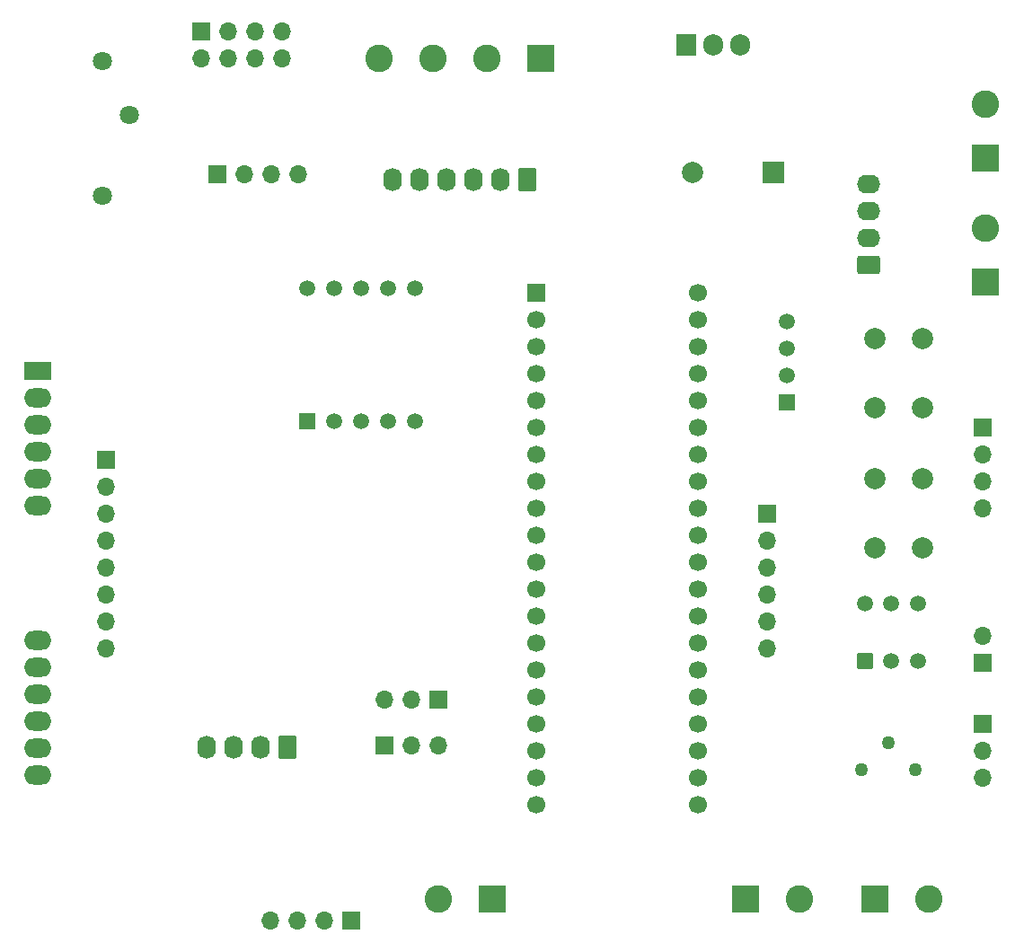
<source format=gbs>
G04 #@! TF.GenerationSoftware,KiCad,Pcbnew,7.0.1*
G04 #@! TF.CreationDate,2023-12-11T01:42:53-03:00*
G04 #@! TF.ProjectId,Shield STM32 Bluepill,53686965-6c64-4205-9354-4d333220426c,2.0*
G04 #@! TF.SameCoordinates,Original*
G04 #@! TF.FileFunction,Soldermask,Bot*
G04 #@! TF.FilePolarity,Negative*
%FSLAX46Y46*%
G04 Gerber Fmt 4.6, Leading zero omitted, Abs format (unit mm)*
G04 Created by KiCad (PCBNEW 7.0.1) date 2023-12-11 01:42:53*
%MOMM*%
%LPD*%
G01*
G04 APERTURE LIST*
G04 Aperture macros list*
%AMRoundRect*
0 Rectangle with rounded corners*
0 $1 Rounding radius*
0 $2 $3 $4 $5 $6 $7 $8 $9 X,Y pos of 4 corners*
0 Add a 4 corners polygon primitive as box body*
4,1,4,$2,$3,$4,$5,$6,$7,$8,$9,$2,$3,0*
0 Add four circle primitives for the rounded corners*
1,1,$1+$1,$2,$3*
1,1,$1+$1,$4,$5*
1,1,$1+$1,$6,$7*
1,1,$1+$1,$8,$9*
0 Add four rect primitives between the rounded corners*
20,1,$1+$1,$2,$3,$4,$5,0*
20,1,$1+$1,$4,$5,$6,$7,0*
20,1,$1+$1,$6,$7,$8,$9,0*
20,1,$1+$1,$8,$9,$2,$3,0*%
G04 Aperture macros list end*
%ADD10C,2.600000*%
%ADD11R,2.600000X2.600000*%
%ADD12RoundRect,0.250000X0.620000X0.845000X-0.620000X0.845000X-0.620000X-0.845000X0.620000X-0.845000X0*%
%ADD13O,1.740000X2.190000*%
%ADD14R,1.500000X1.500000*%
%ADD15C,1.500000*%
%ADD16R,1.700000X1.700000*%
%ADD17O,1.700000X1.700000*%
%ADD18C,2.000000*%
%ADD19R,2.000000X2.000000*%
%ADD20R,1.905000X2.000000*%
%ADD21O,1.905000X2.000000*%
%ADD22RoundRect,0.102000X-0.654000X-0.654000X0.654000X-0.654000X0.654000X0.654000X-0.654000X0.654000X0*%
%ADD23C,1.512000*%
%ADD24R,2.600000X1.800000*%
%ADD25O,2.600000X1.800000*%
%ADD26RoundRect,0.250000X0.845000X-0.620000X0.845000X0.620000X-0.845000X0.620000X-0.845000X-0.620000X0*%
%ADD27O,2.190000X1.740000*%
%ADD28C,1.700000*%
%ADD29C,1.800000*%
%ADD30C,1.260000*%
G04 APERTURE END LIST*
D10*
X157475000Y-111557000D03*
D11*
X162555000Y-111557000D03*
D12*
X165862000Y-43688000D03*
D13*
X163322000Y-43688000D03*
X160782000Y-43688000D03*
X158242000Y-43688000D03*
X155702000Y-43688000D03*
X153162000Y-43688000D03*
D14*
X145186400Y-66471800D03*
D15*
X147726400Y-66471800D03*
X150266400Y-66471800D03*
X152806400Y-66471800D03*
X155346400Y-66471800D03*
X155346400Y-53971800D03*
X152806400Y-53971800D03*
X150266400Y-53971800D03*
X147726400Y-53971800D03*
X145186400Y-53971800D03*
D11*
X209093000Y-41661000D03*
D10*
X209093000Y-36581000D03*
D16*
X136652000Y-43180000D03*
D17*
X139192000Y-43180000D03*
X141732000Y-43180000D03*
X144272000Y-43180000D03*
D16*
X208788000Y-89281000D03*
D17*
X208788000Y-86741000D03*
D18*
X198628000Y-65226000D03*
X198628000Y-58726000D03*
X203128000Y-65226000D03*
X203128000Y-58726000D03*
D19*
X189083000Y-43053000D03*
D18*
X181483000Y-43053000D03*
D11*
X198628000Y-111506000D03*
D10*
X203708000Y-111506000D03*
D20*
X180900000Y-31000000D03*
D21*
X183440000Y-31000000D03*
X185980000Y-31000000D03*
D16*
X149322000Y-113538000D03*
D17*
X146782000Y-113538000D03*
X144242000Y-113538000D03*
X141702000Y-113538000D03*
D14*
X190350000Y-64750000D03*
D15*
X190350000Y-62210000D03*
X190350000Y-59670000D03*
X190350000Y-57130000D03*
D16*
X152400000Y-97028000D03*
D17*
X154940000Y-97028000D03*
X157480000Y-97028000D03*
D16*
X208788000Y-67056000D03*
D17*
X208788000Y-69596000D03*
X208788000Y-72136000D03*
X208788000Y-74676000D03*
D22*
X197702000Y-89060000D03*
D23*
X200202000Y-89060000D03*
X202702000Y-89060000D03*
X197702000Y-83660000D03*
X200202000Y-83660000D03*
X202702000Y-83660000D03*
D24*
X119786400Y-61722000D03*
D25*
X119786400Y-64262000D03*
X119786400Y-66802000D03*
X119786400Y-69342000D03*
X119786400Y-71882000D03*
X119786400Y-74422000D03*
X119786400Y-87122000D03*
X119786400Y-89662000D03*
X119786400Y-92202000D03*
X119786400Y-94742000D03*
X119786400Y-97282000D03*
X119786400Y-99822000D03*
D16*
X208788000Y-95040000D03*
D17*
X208788000Y-97580000D03*
X208788000Y-100120000D03*
D16*
X157480000Y-92710000D03*
D17*
X154940000Y-92710000D03*
X152400000Y-92710000D03*
D12*
X143256000Y-97262000D03*
D13*
X140716000Y-97262000D03*
X138176000Y-97262000D03*
X135636000Y-97262000D03*
D18*
X198628000Y-78434000D03*
X198628000Y-71934000D03*
X203128000Y-78434000D03*
X203128000Y-71934000D03*
D26*
X198100000Y-51770000D03*
D27*
X198100000Y-49230000D03*
X198100000Y-46690000D03*
X198100000Y-44150000D03*
D28*
X181975000Y-102605000D03*
X181975000Y-100065000D03*
X181975000Y-97525000D03*
X181975000Y-94985000D03*
X181975000Y-92445000D03*
X181975000Y-89905000D03*
X181975000Y-87365000D03*
X181975000Y-84825000D03*
X181975000Y-82285000D03*
X181975000Y-79745000D03*
X181975000Y-77205000D03*
X181975000Y-74665000D03*
X181975000Y-72125000D03*
X181975000Y-69585000D03*
X181975000Y-67045000D03*
X181975000Y-64505000D03*
X181975000Y-61965000D03*
X181975000Y-59425000D03*
X181975000Y-56885000D03*
X181975000Y-54345000D03*
D16*
X166735000Y-54345000D03*
D28*
X166735000Y-56885000D03*
X166735000Y-59425000D03*
X166735000Y-61965000D03*
X166735000Y-64505000D03*
X166735000Y-67045000D03*
X166735000Y-69585000D03*
X166735000Y-72125000D03*
X166735000Y-74665000D03*
X166735000Y-77205000D03*
X166735000Y-79745000D03*
X166735000Y-82285000D03*
X166735000Y-84825000D03*
X166735000Y-87365000D03*
X166735000Y-89905000D03*
X166735000Y-92445000D03*
X166735000Y-94985000D03*
X166735000Y-97525000D03*
X166735000Y-100065000D03*
X166735000Y-102605000D03*
D11*
X167132000Y-32258000D03*
D10*
X162052000Y-32258000D03*
X156972000Y-32258000D03*
X151892000Y-32258000D03*
D16*
X188468000Y-75184000D03*
D17*
X188468000Y-77724000D03*
X188468000Y-80264000D03*
X188468000Y-82804000D03*
X188468000Y-85344000D03*
X188468000Y-87884000D03*
D29*
X125860000Y-45220000D03*
X128400000Y-37600000D03*
X125860000Y-32520000D03*
D11*
X186436000Y-111570000D03*
D10*
X191516000Y-111570000D03*
D30*
X197358000Y-99314000D03*
X199898000Y-96774000D03*
X202438000Y-99314000D03*
D16*
X135128000Y-29718000D03*
D17*
X135128000Y-32258000D03*
X137668000Y-29718000D03*
X137668000Y-32258000D03*
X140208000Y-29718000D03*
X140208000Y-32258000D03*
X142748000Y-29718000D03*
X142748000Y-32258000D03*
D16*
X126170000Y-70110000D03*
D17*
X126170000Y-72650000D03*
X126170000Y-75190000D03*
X126170000Y-77730000D03*
X126170000Y-80270000D03*
X126170000Y-82810000D03*
X126170000Y-85350000D03*
X126170000Y-87890000D03*
D11*
X209042000Y-53340000D03*
D10*
X209042000Y-48260000D03*
M02*

</source>
